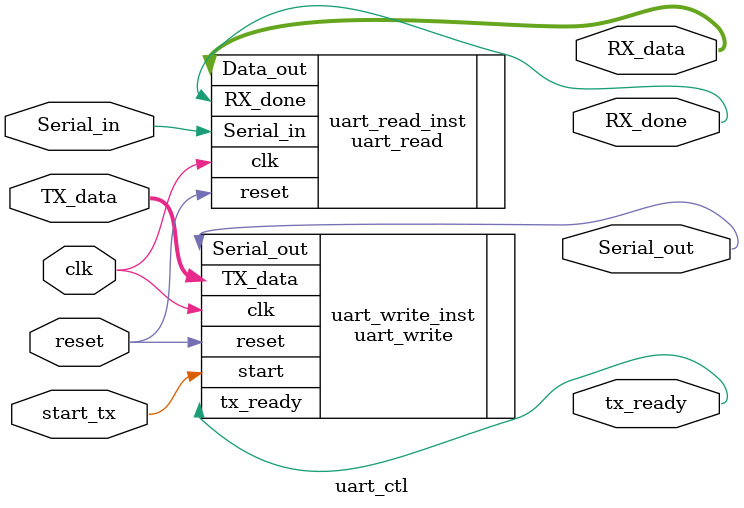
<source format=v>
module uart_ctl(
    input clk,
    input reset,
	 /* receiver signals */
		 
		 output RX_done,
		 
		 output [7:0] RX_data,
	     /* transmitter signals */
		 
		 output tx_ready,
		 
		 input [7:0] TX_data,
		 
		 input start_tx,
	 
	 /* UART signals */
		 input Serial_in,
		 output Serial_out
    );
parameter baudrate = 9600 ;
parameter freq = 100000000 ;

uart_read#(baudrate, freq) uart_read_inst (
    .reset(reset), 
    .clk(clk), 
    .Serial_in(Serial_in), 
    .RX_done(RX_done), 
    .Data_out(RX_data)
    );
uart_write#(baudrate, freq) uart_write_inst (
    .clk(clk), 
    .reset(reset), 
    .start(start_tx), 
    .TX_data(TX_data), 
    .tx_ready(tx_ready), 
    .Serial_out(Serial_out)
    );
endmodule


</source>
